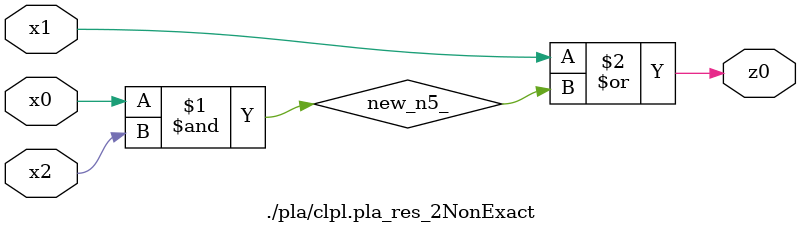
<source format=v>

module \./pla/clpl.pla_res_2NonExact  ( 
    x0, x1, x2,
    z0  );
  input  x0, x1, x2;
  output z0;
  wire new_n5_;
  assign new_n5_ = x0 & x2;
  assign z0 = x1 | new_n5_;
endmodule



</source>
